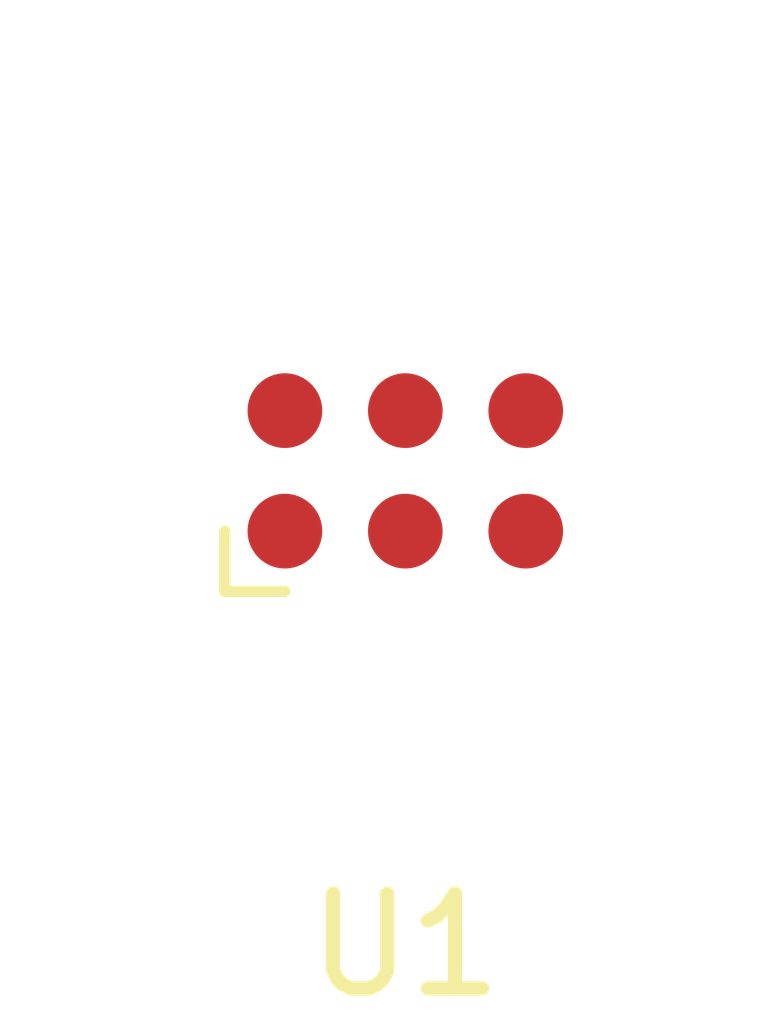
<source format=kicad_pcb>
(kicad_pcb (version 20241229) (generator "atopile") (generator_version "0.3.24")
  (layers (0 "F.Cu" signal) (31 "B.Cu" signal) (34 "B.Paste" user) (35 "F.Paste" user) (36 "B.SilkS" user "B.Silkscreen") (37 "F.SilkS" user "F.Silkscreen") (38 "B.Mask" user) (39 "F.Mask" user) (44 "Edge.Cuts" user))
  (net 0 "")
  (net 1 "line-3")
  (net 2 "gnd")
  (net 3 "line-1")
  (net 4 "line")
  (net 5 "line-2")
  (net 6 "hv")
  (footprint "Connector:Tag-Connect_TC2030-IDC-FP_2x03_P1.27mm_Vertical" (layer "F.Cu") (at 0 0 0)
    (property "Reference" "U1" (at 0 5 0) (layer "F.SilkS") (hide no))
    (property "Value" "")
    (fp_line (start -1.905 1.27) (end -1.905 0.635) (stroke (width 0.12)) (layer "F.SilkS"))
    (fp_line (start -1.27 1.27) (end -1.905 1.27) (stroke (width 0.12)) (layer "F.SilkS"))
    (pad "" np_thru_hole circle (at -2.54 -2.54 0) (size 2.3749 2.3749) (drill 2.3749) (layers "*.Cu" "*.Mask"))
    (pad "" np_thru_hole circle (at -2.54 0 0) (size 0.9906 0.9906) (drill 0.9906) (layers "*.Cu" "*.Mask"))
    (pad "" np_thru_hole circle (at -2.54 2.54 0) (size 2.3749 2.3749) (drill 2.3749) (layers "*.Cu" "*.Mask"))
    (pad "" np_thru_hole circle (at 0.635 -2.54 0) (size 2.3749 2.3749) (drill 2.3749) (layers "*.Cu" "*.Mask"))
    (pad "" np_thru_hole circle (at 0.635 2.54 0) (size 2.3749 2.3749) (drill 2.3749) (layers "*.Cu" "*.Mask"))
    (pad "" np_thru_hole circle (at 2.54 -1.016 0) (size 0.9906 0.9906) (drill 0.9906) (layers "*.Cu" "*.Mask"))
    (pad "" np_thru_hole circle (at 2.54 1.016 0) (size 0.9906 0.9906) (drill 0.9906) (layers "*.Cu" "*.Mask"))
    (pad "1" connect circle (at -1.27 0.635 0) (size 0.7874 0.7874) (layers "F.Cu" "F.Mask") (net 6 "hv"))
    (pad "2" connect circle (at -1.27 -0.635 0) (size 0.7874 0.7874) (layers "F.Cu" "F.Mask") (net 3 "line-1"))
    (pad "3" connect circle (at 0 0.635 0) (size 0.7874 0.7874) (layers "F.Cu" "F.Mask") (net 1 "line-3"))
    (pad "4" connect circle (at 0 -0.635 0) (size 0.7874 0.7874) (layers "F.Cu" "F.Mask") (net 5 "line-2"))
    (pad "5" connect circle (at 1.27 0.635 0) (size 0.7874 0.7874) (layers "F.Cu" "F.Mask") (net 2 "gnd"))
    (pad "6" connect circle (at 1.27 -0.635 0) (size 0.7874 0.7874) (layers "F.Cu" "F.Mask") (net 4 "line"))
  )
)
</source>
